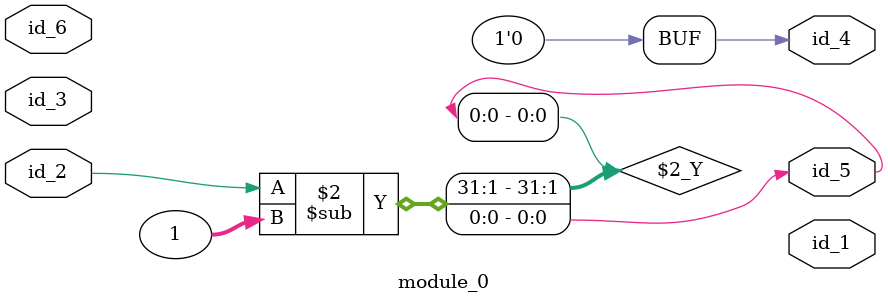
<source format=v>
`timescale 1 ps / 1ps
module module_0 (
    id_1,
    id_2,
    id_3,
    id_4,
    id_5,
    id_6
);
  inout id_6;
  output id_5;
  output id_4;
  inout id_3;
  inout id_2;
  output id_1;
  initial begin
    id_5 <= id_2 - 1;
    id_4 <= 1'b0;
  end
endmodule

</source>
